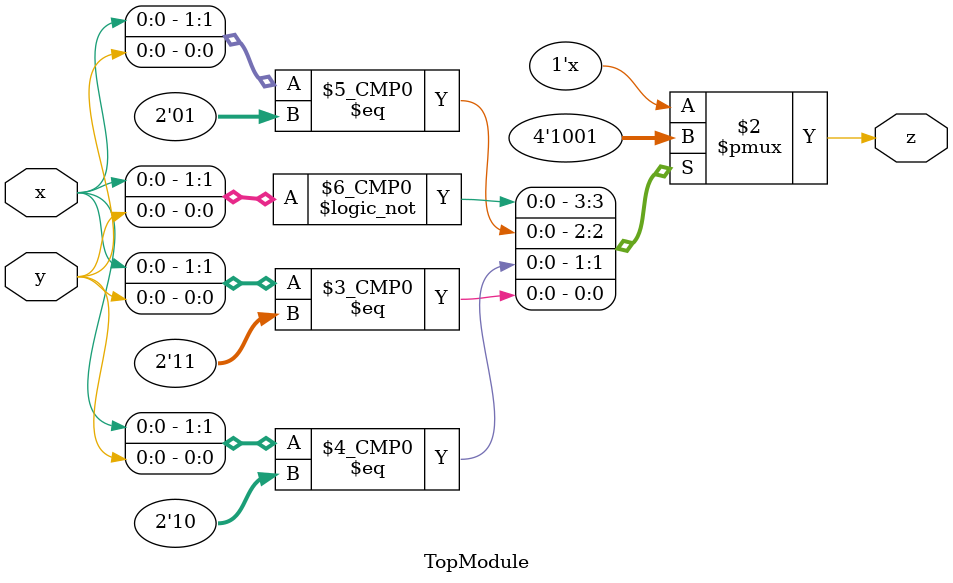
<source format=sv>

module TopModule (
    input x,
    input y,
    output reg z
);

always @* begin
    case({x, y})
        2'b00: z = 1;
        2'b01: z = 0;
        2'b10: z = 0;
        2'b11: z = 1;
        default: z = 1;
    endcase
end

endmodule
</source>
